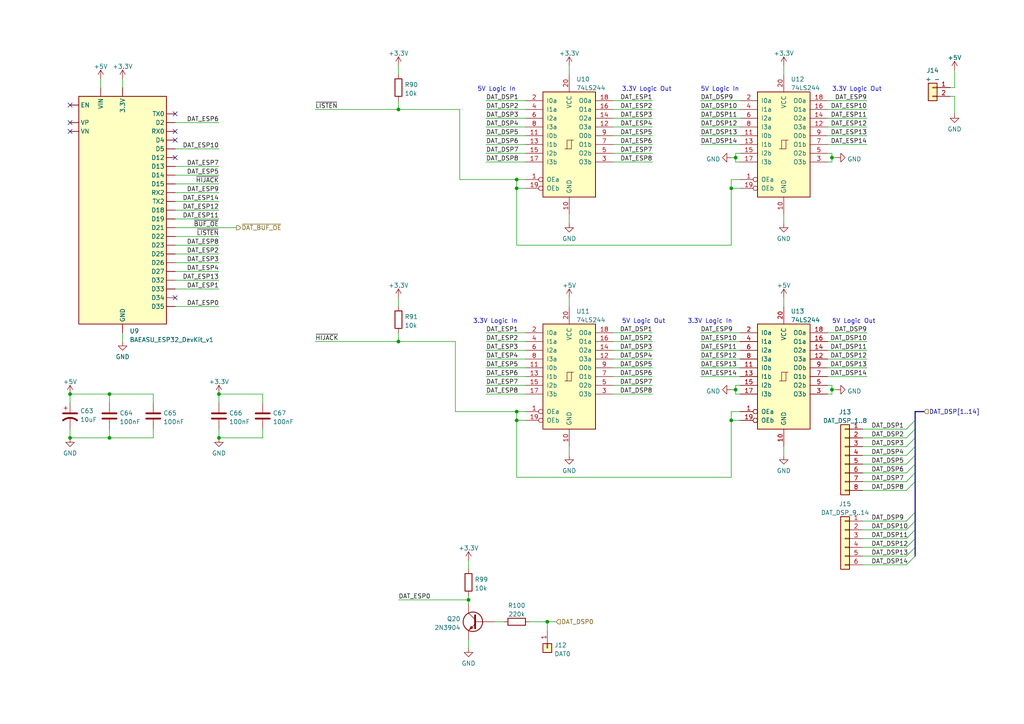
<source format=kicad_sch>
(kicad_sch (version 20211123) (generator eeschema)
  (paper "A4")
  (title_block (date "2023-07-19") (rev "5"))
  (lib_symbols
    (symbol "2N3904_1" (pin_numbers hide) (pin_names (offset 0) hide)
      (property "Reference" "Q" (at 5.08 1.905 0))
      (property "Value" "2N3904_1" (at 5.08 0 0))
      (symbol "2N3904_1_0_1"
        (polyline (pts (xy 0.635 0.635) (xy 2.54 2.54)))
        (polyline (pts (xy 0.635 -0.635) (xy 2.54 -2.54) (xy 2.54 -2.54)))
        (polyline (pts (xy 0.635 1.905) (xy 0.635 -1.905) (xy 0.635 -1.905)) (stroke (width 0.508)))
        (polyline (pts (xy 1.27 -1.778) (xy 1.778 -1.27) (xy 2.286 -2.286) (xy 1.27 -1.778) (xy 1.27 -1.778)) (fill (type outline)))
        (circle (center 1.27 0) (radius 2.8194) (stroke (width 0.254)))
      )
      (symbol "2N3904_1_1_1"
        (pin passive line (at 2.54 -5.08 90) (length 2.54) (name "E") (number "1"))
        (pin passive line (at -5.08 0 0) (length 5.715) (name "B") (number "2"))
        (pin passive line (at 2.54 5.08 270) (length 2.54) (name "C") (number "3"))
      )
    )
    (symbol "74xx:74LS244" (pin_names (offset 1.016))
      (property "Reference" "U" (at -7.62 16.51 0))
      (property "Value" "74LS244" (at -7.62 -16.51 0))
      (symbol "74LS244_1_0"
        (polyline (pts (xy -0.635 -1.27) (xy -0.635 1.27) (xy 0.635 1.27)))
        (polyline (pts (xy -1.27 -1.27) (xy 0.635 -1.27) (xy 0.635 1.27) (xy 1.27 1.27)))
        (pin input inverted (at -12.7 -10.16 0) (length 5.08) (name "OEa") (number "1"))
        (pin power_in line (at 0 -20.32 90) (length 5.08) (name "GND") (number "10"))
        (pin input line (at -12.7 2.54 0) (length 5.08) (name "I0b") (number "11"))
        (pin tri_state line (at 12.7 5.08 180) (length 5.08) (name "O3a") (number "12"))
        (pin input line (at -12.7 0 0) (length 5.08) (name "I1b") (number "13"))
        (pin tri_state line (at 12.7 7.62 180) (length 5.08) (name "O2a") (number "14"))
        (pin input line (at -12.7 -2.54 0) (length 5.08) (name "I2b") (number "15"))
        (pin tri_state line (at 12.7 10.16 180) (length 5.08) (name "O1a") (number "16"))
        (pin input line (at -12.7 -5.08 0) (length 5.08) (name "I3b") (number "17"))
        (pin tri_state line (at 12.7 12.7 180) (length 5.08) (name "O0a") (number "18"))
        (pin input inverted (at -12.7 -12.7 0) (length 5.08) (name "OEb") (number "19"))
        (pin input line (at -12.7 12.7 0) (length 5.08) (name "I0a") (number "2"))
        (pin power_in line (at 0 20.32 270) (length 5.08) (name "VCC") (number "20"))
        (pin tri_state line (at 12.7 -5.08 180) (length 5.08) (name "O3b") (number "3"))
        (pin input line (at -12.7 10.16 0) (length 5.08) (name "I1a") (number "4"))
        (pin tri_state line (at 12.7 -2.54 180) (length 5.08) (name "O2b") (number "5"))
        (pin input line (at -12.7 7.62 0) (length 5.08) (name "I2a") (number "6"))
        (pin tri_state line (at 12.7 0 180) (length 5.08) (name "O1b") (number "7"))
        (pin input line (at -12.7 5.08 0) (length 5.08) (name "I3a") (number "8"))
        (pin tri_state line (at 12.7 2.54 180) (length 5.08) (name "O0b") (number "9"))
      )
      (symbol "74LS244_1_1"
        (rectangle (start -7.62 15.24) (end 7.62 -15.24) (stroke (width 0.254)) (fill (type background)))
      )
    )
    (symbol "Connector_Generic:Conn_01x01" (pin_names (offset 1.016) hide)
      (property "Reference" "J" (at 0 2.54 0))
      (property "Value" "Conn_01x01" (at 0 -2.54 0))
      (symbol "Conn_01x01_1_1"
        (rectangle (start -1.27 0.127) (end 0 -0.127) (stroke (width 0.1524)))
        (rectangle (start -1.27 1.27) (end 1.27 -1.27) (stroke (width 0.254)) (fill (type background)))
        (pin passive line (at -5.08 0 0) (length 3.81) (name "Pin_1") (number "1"))
      )
    )
    (symbol "Connector_Generic:Conn_01x02" (pin_names (offset 1.016) hide)
      (property "Reference" "J" (at 0 2.54 0))
      (property "Value" "Conn_01x02" (at 0 -5.08 0))
      (symbol "Conn_01x02_1_1"
        (rectangle (start -1.27 -2.413) (end 0 -2.667) (stroke (width 0.1524)))
        (rectangle (start -1.27 0.127) (end 0 -0.127) (stroke (width 0.1524)))
        (rectangle (start -1.27 1.27) (end 1.27 -3.81) (stroke (width 0.254)) (fill (type background)))
        (pin passive line (at -5.08 0 0) (length 3.81) (name "Pin_1") (number "1"))
        (pin passive line (at -5.08 -2.54 0) (length 3.81) (name "Pin_2") (number "2"))
      )
    )
    (symbol "Connector_Generic:Conn_01x06" (pin_names (offset 1.016) hide)
      (property "Reference" "J" (at 0 7.62 0))
      (property "Value" "Conn_01x06" (at 0 -10.16 0))
      (symbol "Conn_01x06_1_1"
        (rectangle (start -1.27 -7.493) (end 0 -7.747) (stroke (width 0.1524)))
        (rectangle (start -1.27 -4.953) (end 0 -5.207) (stroke (width 0.1524)))
        (rectangle (start -1.27 -2.413) (end 0 -2.667) (stroke (width 0.1524)))
        (rectangle (start -1.27 0.127) (end 0 -0.127) (stroke (width 0.1524)))
        (rectangle (start -1.27 2.667) (end 0 2.413) (stroke (width 0.1524)))
        (rectangle (start -1.27 5.207) (end 0 4.953) (stroke (width 0.1524)))
        (rectangle (start -1.27 6.35) (end 1.27 -8.89) (stroke (width 0.254)) (fill (type background)))
        (pin passive line (at -5.08 5.08 0) (length 3.81) (name "Pin_1") (number "1"))
        (pin passive line (at -5.08 2.54 0) (length 3.81) (name "Pin_2") (number "2"))
        (pin passive line (at -5.08 0 0) (length 3.81) (name "Pin_3") (number "3"))
        (pin passive line (at -5.08 -2.54 0) (length 3.81) (name "Pin_4") (number "4"))
        (pin passive line (at -5.08 -5.08 0) (length 3.81) (name "Pin_5") (number "5"))
        (pin passive line (at -5.08 -7.62 0) (length 3.81) (name "Pin_6") (number "6"))
      )
    )
    (symbol "Connector_Generic:Conn_01x08" (pin_names (offset 1.016) hide)
      (property "Reference" "J" (at 0 10.16 0))
      (property "Value" "Conn_01x08" (at 0 -12.7 0))
      (symbol "Conn_01x08_1_1"
        (rectangle (start -1.27 -10.033) (end 0 -10.287) (stroke (width 0.1524)))
        (rectangle (start -1.27 -7.493) (end 0 -7.747) (stroke (width 0.1524)))
        (rectangle (start -1.27 -4.953) (end 0 -5.207) (stroke (width 0.1524)))
        (rectangle (start -1.27 -2.413) (end 0 -2.667) (stroke (width 0.1524)))
        (rectangle (start -1.27 0.127) (end 0 -0.127) (stroke (width 0.1524)))
        (rectangle (start -1.27 2.667) (end 0 2.413) (stroke (width 0.1524)))
        (rectangle (start -1.27 5.207) (end 0 4.953) (stroke (width 0.1524)))
        (rectangle (start -1.27 7.747) (end 0 7.493) (stroke (width 0.1524)))
        (rectangle (start -1.27 8.89) (end 1.27 -11.43) (stroke (width 0.254)) (fill (type background)))
        (pin passive line (at -5.08 7.62 0) (length 3.81) (name "Pin_1") (number "1"))
        (pin passive line (at -5.08 5.08 0) (length 3.81) (name "Pin_2") (number "2"))
        (pin passive line (at -5.08 2.54 0) (length 3.81) (name "Pin_3") (number "3"))
        (pin passive line (at -5.08 0 0) (length 3.81) (name "Pin_4") (number "4"))
        (pin passive line (at -5.08 -2.54 0) (length 3.81) (name "Pin_5") (number "5"))
        (pin passive line (at -5.08 -5.08 0) (length 3.81) (name "Pin_6") (number "6"))
        (pin passive line (at -5.08 -7.62 0) (length 3.81) (name "Pin_7") (number "7"))
        (pin passive line (at -5.08 -10.16 0) (length 3.81) (name "Pin_8") (number "8"))
      )
    )
    (symbol "Device:C" (pin_numbers hide) (pin_names (offset 0.254))
      (property "Reference" "C" (at 0.635 2.54 0))
      (property "Value" "C" (at 0.635 -2.54 0))
      (symbol "C_0_1"
        (polyline (pts (xy -2.032 -0.762) (xy 2.032 -0.762)) (stroke (width 0.508)))
        (polyline (pts (xy -2.032 0.762) (xy 2.032 0.762)) (stroke (width 0.508)))
      )
      (symbol "C_1_1"
        (pin passive line (at 0 3.81 270) (length 2.794) (name "~") (number "1"))
        (pin passive line (at 0 -3.81 90) (length 2.794) (name "~") (number "2"))
      )
    )
    (symbol "Device:C_Polarized_US" (pin_numbers hide) (pin_names (offset 0.254) hide)
      (property "Reference" "C" (at 0.635 2.54 0))
      (property "Value" "C_Polarized_US" (at 0.635 -2.54 0))
      (symbol "C_Polarized_US_0_1"
        (polyline (pts (xy -2.032 0.762) (xy 2.032 0.762)) (stroke (width 0.508)))
        (polyline (pts (xy -1.778 2.286) (xy -0.762 2.286)))
        (polyline (pts (xy -1.27 1.778) (xy -1.27 2.794)))
        (arc (start 2.032 -1.27) (mid 0 -0.5572) (end -2.032 -1.27) (stroke (width 0.508)))
      )
      (symbol "C_Polarized_US_1_1"
        (pin passive line (at 0 3.81 270) (length 2.794) (name "~") (number "1"))
        (pin passive line (at 0 -3.81 90) (length 3.302) (name "~") (number "2"))
      )
    )
    (symbol "Device:R" (pin_numbers hide) (pin_names (offset 0))
      (property "Reference" "R" (at 2.032 0 90))
      (property "Value" "R" (at 0 0 90))
      (symbol "R_0_1"
        (rectangle (start -1.016 -2.54) (end 1.016 2.54) (stroke (width 0.254)))
      )
      (symbol "R_1_1"
        (pin passive line (at 0 3.81 270) (length 1.27) (name "~") (number "1"))
        (pin passive line (at 0 -3.81 90) (length 1.27) (name "~") (number "2"))
      )
    )
    (symbol "Videonics Proceessor Plus:DOIT_ESP32_DevKit_v1" (pin_numbers hide)
      (property "Reference" "U9" (at 2.0194 -35.0504 0))
      (property "Value" "DOIT_ESP32_DevKit_v1" (at 2.0194 -37.5873 0))
      (symbol "DOIT_ESP32_DevKit_v1_0_1"
        (rectangle (start -12.7 33.02) (end 12.7 -33.02) (stroke (width 0.254)) (fill (type background)))
      )
      (symbol "DOIT_ESP32_DevKit_v1_1_1"
        (pin input line (at -15.24 30.48 0) (length 2.54) (name "EN") (number "1"))
        (pin bidirectional line (at 15.24 -17.78 180) (length 2.54) (name "D27") (number "10"))
        (pin bidirectional line (at 15.24 10.16 180) (length 2.54) (name "D14") (number "11"))
        (pin bidirectional line (at 15.24 15.24 180) (length 2.54) (name "D12") (number "12"))
        (pin bidirectional line (at 15.24 12.7 180) (length 2.54) (name "D13") (number "13"))
        (pin power_in line (at 0 -35.56 90) (length 2.54) (name "GND") (number "14"))
        (pin power_in line (at -6.35 35.56 270) (length 2.54) (name "VIN") (number "15"))
        (pin power_out line (at 0 35.56 270) (length 2.54) (name "3.3V") (number "16"))
        (pin passive line (at 0 -35.56 90) (length 2.54) hide (name "GND") (number "17"))
        (pin bidirectional line (at 15.24 7.62 180) (length 2.54) (name "D15") (number "18"))
        (pin bidirectional line (at 15.24 25.4 180) (length 2.54) (name "D2") (number "19"))
        (pin input line (at -15.24 25.4 0) (length 2.54) (name "VP") (number "2"))
        (pin bidirectional line (at 15.24 20.32 180) (length 2.54) (name "D4") (number "20"))
        (pin bidirectional line (at 15.24 5.08 180) (length 2.54) (name "RX2") (number "21"))
        (pin bidirectional line (at 15.24 2.54 180) (length 2.54) (name "TX2") (number "22"))
        (pin bidirectional line (at 15.24 17.78 180) (length 2.54) (name "D5") (number "23"))
        (pin bidirectional line (at 15.24 0 180) (length 2.54) (name "D18") (number "24"))
        (pin bidirectional line (at 15.24 -2.54 180) (length 2.54) (name "D19") (number "25"))
        (pin bidirectional line (at 15.24 -5.08 180) (length 2.54) (name "D21") (number "26"))
        (pin bidirectional line (at 15.24 22.86 180) (length 2.54) (name "RX0") (number "27"))
        (pin bidirectional line (at 15.24 27.94 180) (length 2.54) (name "TX0") (number "28"))
        (pin bidirectional line (at 15.24 -7.62 180) (length 2.54) (name "D22") (number "29"))
        (pin input line (at -15.24 22.86 0) (length 2.54) (name "VN") (number "3"))
        (pin bidirectional line (at 15.24 -10.16 180) (length 2.54) (name "D23") (number "30"))
        (pin input line (at 15.24 -25.4 180) (length 2.54) (name "D34") (number "4"))
        (pin input line (at 15.24 -27.94 180) (length 2.54) (name "D35") (number "5"))
        (pin bidirectional line (at 15.24 -20.32 180) (length 2.54) (name "D32") (number "6"))
        (pin bidirectional line (at 15.24 -22.86 180) (length 2.54) (name "D33") (number "7"))
        (pin bidirectional line (at 15.24 -12.7 180) (length 2.54) (name "D25") (number "8"))
        (pin bidirectional line (at 15.24 -15.24 180) (length 2.54) (name "D26") (number "9"))
      )
    )
    (symbol "power:+3.3V" (power) (pin_names (offset 0))
      (property "Value" "+3.3V" (at 0 3.556 0))
      (symbol "+3.3V_0_1"
        (polyline (pts (xy -0.762 1.27) (xy 0 2.54)))
        (polyline (pts (xy 0 0) (xy 0 2.54)))
        (polyline (pts (xy 0 2.54) (xy 0.762 1.27)))
      )
      (symbol "+3.3V_1_1"
        (pin power_in line (at 0 0 90) (length 0) hide (name "+3.3V") (number "1"))
      )
    )
    (symbol "power:+5V" (power) (pin_names (offset 0))
      (property "Value" "+5V" (at 0 3.556 0))
      (symbol "+5V_0_1"
        (polyline (pts (xy -0.762 1.27) (xy 0 2.54)))
        (polyline (pts (xy 0 0) (xy 0 2.54)))
        (polyline (pts (xy 0 2.54) (xy 0.762 1.27)))
      )
      (symbol "+5V_1_1"
        (pin power_in line (at 0 0 90) (length 0) hide (name "+5V") (number "1"))
      )
    )
    (symbol "power:GND" (power) (pin_names (offset 0))
      (property "Value" "GND" (at 0 -3.81 0))
      (symbol "GND_0_1"
        (polyline (pts (xy 0 0) (xy 0 -1.27) (xy 1.27 -1.27) (xy 0 -2.54) (xy -1.27 -1.27) (xy 0 -1.27)))
      )
      (symbol "GND_1_1"
        (pin power_in line (at 0 0 270) (length 0) hide (name "GND") (number "1"))
      )
    )
  )
  (junction (at 149.86 54.61))
  (junction (at 20.32 114.3))
  (junction (at 213.36 45.72))
  (junction (at 115.57 31.75))
  (junction (at 149.86 119.38))
  (junction (at 149.86 52.07))
  (junction (at 31.75 114.3))
  (junction (at 213.36 113.03))
  (junction (at 115.57 99.06))
  (junction (at 149.86 121.92))
  (junction (at 158.75 180.34))
  (junction (at 212.09 54.61))
  (junction (at 31.75 127))
  (junction (at 241.3 113.03))
  (junction (at 241.3 45.72))
  (junction (at 63.5 114.3))
  (junction (at 20.32 127))
  (junction (at 135.89 173.99))
  (junction (at 212.09 121.92))
  (junction (at 63.5 127))
  (no_connect (at 50.8 38.1))
  (no_connect (at 50.8 86.36))
  (no_connect (at 20.32 30.48))
  (no_connect (at 50.8 33.02))
  (no_connect (at 20.32 35.56))
  (no_connect (at 20.32 38.1))
  (no_connect (at 50.8 45.72))
  (no_connect (at 50.8 40.64))
  (bus_entry (at 265.43 137.16) (size -2.54 2.54))
  (bus_entry (at 265.43 127) (size -2.54 2.54))
  (bus_entry (at 265.43 148.59) (size -2.54 2.54))
  (bus_entry (at 265.43 121.92) (size -2.54 2.54))
  (bus_entry (at 265.43 129.54) (size -2.54 2.54))
  (bus_entry (at 265.43 139.7) (size -2.54 2.54))
  (bus_entry (at 265.43 132.08) (size -2.54 2.54))
  (bus_entry (at 265.43 156.21) (size -2.54 2.54))
  (bus_entry (at 265.43 151.13) (size -2.54 2.54))
  (bus_entry (at 265.43 161.29) (size -2.54 2.54))
  (bus_entry (at 265.43 124.46) (size -2.54 2.54))
  (bus_entry (at 265.43 134.62) (size -2.54 2.54))
  (bus_entry (at 265.43 158.75) (size -2.54 2.54))
  (bus_entry (at 265.43 153.67) (size -2.54 2.54))
  (wire (pts (xy 241.3 45.72) (xy 242.57 45.72)))
  (wire (pts (xy 20.32 116.84) (xy 20.32 114.3)))
  (wire (pts (xy 203.2 109.22) (xy 214.63 109.22)))
  (wire (pts (xy 250.19 124.46) (xy 262.89 124.46)))
  (wire (pts (xy 189.23 31.75) (xy 177.8 31.75)))
  (wire (pts (xy 203.2 99.06) (xy 214.63 99.06)))
  (wire (pts (xy 250.19 142.24) (xy 262.89 142.24)))
  (wire (pts (xy 276.86 27.94) (xy 276.86 33.02)))
  (wire (pts (xy 241.3 46.99) (xy 241.3 45.72)))
  (wire (pts (xy 20.32 114.3) (xy 31.75 114.3)))
  (wire (pts (xy 140.97 101.6) (xy 152.4 101.6)))
  (bus (pts (xy 265.43 134.62) (xy 265.43 137.16)))
  (wire (pts (xy 158.75 182.88) (xy 158.75 180.34)))
  (wire (pts (xy 250.19 132.08) (xy 262.89 132.08)))
  (bus (pts (xy 265.43 148.59) (xy 265.43 151.13)))
  (wire (pts (xy 140.97 106.68) (xy 152.4 106.68)))
  (wire (pts (xy 241.3 45.72) (xy 241.3 44.45)))
  (wire (pts (xy 189.23 46.99) (xy 177.8 46.99)))
  (wire (pts (xy 177.8 109.22) (xy 189.23 109.22)))
  (wire (pts (xy 212.09 113.03) (xy 213.36 113.03)))
  (wire (pts (xy 158.75 180.34) (xy 161.29 180.34)))
  (wire (pts (xy 115.57 31.75) (xy 133.35 31.75)))
  (wire (pts (xy 133.35 52.07) (xy 149.86 52.07)))
  (wire (pts (xy 189.23 39.37) (xy 177.8 39.37)))
  (wire (pts (xy 203.2 101.6) (xy 214.63 101.6)))
  (wire (pts (xy 44.45 114.3) (xy 44.45 116.84)))
  (wire (pts (xy 152.4 29.21) (xy 140.97 29.21)))
  (wire (pts (xy 203.2 104.14) (xy 214.63 104.14)))
  (wire (pts (xy 76.2 114.3) (xy 76.2 116.84)))
  (wire (pts (xy 20.32 127) (xy 31.75 127)))
  (wire (pts (xy 140.97 96.52) (xy 152.4 96.52)))
  (wire (pts (xy 31.75 124.46) (xy 31.75 127)))
  (wire (pts (xy 241.3 44.45) (xy 240.03 44.45)))
  (wire (pts (xy 29.21 22.86) (xy 29.21 25.4)))
  (bus (pts (xy 265.43 129.54) (xy 265.43 132.08)))
  (wire (pts (xy 135.89 172.72) (xy 135.89 173.99)))
  (wire (pts (xy 50.8 73.66) (xy 63.5 73.66)))
  (wire (pts (xy 177.8 104.14) (xy 189.23 104.14)))
  (wire (pts (xy 250.19 134.62) (xy 262.89 134.62)))
  (wire (pts (xy 250.19 137.16) (xy 262.89 137.16)))
  (wire (pts (xy 50.8 78.74) (xy 63.5 78.74)))
  (wire (pts (xy 214.63 39.37) (xy 203.2 39.37)))
  (wire (pts (xy 251.46 34.29) (xy 240.03 34.29)))
  (wire (pts (xy 50.8 48.26) (xy 63.5 48.26)))
  (wire (pts (xy 63.5 127) (xy 76.2 127)))
  (wire (pts (xy 63.5 124.46) (xy 63.5 127)))
  (wire (pts (xy 241.3 114.3) (xy 240.03 114.3)))
  (wire (pts (xy 214.63 34.29) (xy 203.2 34.29)))
  (wire (pts (xy 251.46 39.37) (xy 240.03 39.37)))
  (wire (pts (xy 250.19 161.29) (xy 262.89 161.29)))
  (wire (pts (xy 189.23 36.83) (xy 177.8 36.83)))
  (wire (pts (xy 212.09 121.92) (xy 214.63 121.92)))
  (wire (pts (xy 50.8 53.34) (xy 63.5 53.34)))
  (wire (pts (xy 213.36 113.03) (xy 213.36 114.3)))
  (wire (pts (xy 189.23 41.91) (xy 177.8 41.91)))
  (wire (pts (xy 31.75 114.3) (xy 31.75 116.84)))
  (bus (pts (xy 265.43 119.38) (xy 265.43 121.92)))
  (wire (pts (xy 214.63 119.38) (xy 212.09 119.38)))
  (wire (pts (xy 203.2 106.68) (xy 214.63 106.68)))
  (wire (pts (xy 213.36 45.72) (xy 213.36 46.99)))
  (wire (pts (xy 152.4 41.91) (xy 140.97 41.91)))
  (wire (pts (xy 251.46 41.91) (xy 240.03 41.91)))
  (wire (pts (xy 149.86 119.38) (xy 149.86 121.92)))
  (wire (pts (xy 152.4 52.07) (xy 149.86 52.07)))
  (bus (pts (xy 265.43 139.7) (xy 265.43 148.59)))
  (bus (pts (xy 265.43 132.08) (xy 265.43 134.62)))
  (bus (pts (xy 267.97 119.38) (xy 265.43 119.38)))
  (wire (pts (xy 214.63 36.83) (xy 203.2 36.83)))
  (wire (pts (xy 115.57 86.36) (xy 115.57 88.9)))
  (wire (pts (xy 250.19 129.54) (xy 262.89 129.54)))
  (wire (pts (xy 140.97 114.3) (xy 152.4 114.3)))
  (wire (pts (xy 212.09 52.07) (xy 212.09 54.61)))
  (wire (pts (xy 44.45 127) (xy 44.45 124.46)))
  (wire (pts (xy 177.8 101.6) (xy 189.23 101.6)))
  (wire (pts (xy 133.35 52.07) (xy 133.35 31.75)))
  (bus (pts (xy 265.43 127) (xy 265.43 129.54)))
  (wire (pts (xy 227.33 19.05) (xy 227.33 21.59)))
  (wire (pts (xy 152.4 34.29) (xy 140.97 34.29)))
  (wire (pts (xy 214.63 44.45) (xy 213.36 44.45)))
  (bus (pts (xy 265.43 137.16) (xy 265.43 139.7)))
  (wire (pts (xy 132.08 119.38) (xy 132.08 99.06)))
  (wire (pts (xy 212.09 71.12) (xy 212.09 54.61)))
  (wire (pts (xy 35.56 22.86) (xy 35.56 25.4)))
  (wire (pts (xy 140.97 111.76) (xy 152.4 111.76)))
  (wire (pts (xy 240.03 99.06) (xy 251.46 99.06)))
  (wire (pts (xy 177.8 99.06) (xy 189.23 99.06)))
  (wire (pts (xy 153.67 180.34) (xy 158.75 180.34)))
  (wire (pts (xy 165.1 129.54) (xy 165.1 132.08)))
  (wire (pts (xy 240.03 109.22) (xy 251.46 109.22)))
  (wire (pts (xy 227.33 62.23) (xy 227.33 64.77)))
  (wire (pts (xy 214.63 41.91) (xy 203.2 41.91)))
  (wire (pts (xy 165.1 62.23) (xy 165.1 64.77)))
  (wire (pts (xy 251.46 31.75) (xy 240.03 31.75)))
  (wire (pts (xy 91.44 99.06) (xy 115.57 99.06)))
  (wire (pts (xy 177.8 111.76) (xy 189.23 111.76)))
  (wire (pts (xy 149.86 52.07) (xy 149.86 54.61)))
  (wire (pts (xy 241.3 113.03) (xy 242.57 113.03)))
  (wire (pts (xy 50.8 68.58) (xy 63.5 68.58)))
  (wire (pts (xy 140.97 109.22) (xy 152.4 109.22)))
  (wire (pts (xy 149.86 54.61) (xy 149.86 71.12)))
  (wire (pts (xy 50.8 71.12) (xy 63.5 71.12)))
  (wire (pts (xy 165.1 19.05) (xy 165.1 21.59)))
  (wire (pts (xy 275.59 27.94) (xy 276.86 27.94)))
  (wire (pts (xy 276.86 20.32) (xy 276.86 25.4)))
  (wire (pts (xy 50.8 88.9) (xy 63.5 88.9)))
  (wire (pts (xy 227.33 86.36) (xy 227.33 88.9)))
  (wire (pts (xy 240.03 104.14) (xy 251.46 104.14)))
  (wire (pts (xy 152.4 44.45) (xy 140.97 44.45)))
  (wire (pts (xy 115.57 19.05) (xy 115.57 21.59)))
  (wire (pts (xy 250.19 127) (xy 262.89 127)))
  (wire (pts (xy 152.4 119.38) (xy 149.86 119.38)))
  (wire (pts (xy 177.8 106.68) (xy 189.23 106.68)))
  (wire (pts (xy 135.89 173.99) (xy 135.89 175.26)))
  (wire (pts (xy 50.8 81.28) (xy 63.5 81.28)))
  (wire (pts (xy 50.8 83.82) (xy 63.5 83.82)))
  (wire (pts (xy 240.03 96.52) (xy 251.46 96.52)))
  (bus (pts (xy 265.43 153.67) (xy 265.43 156.21)))
  (wire (pts (xy 149.86 121.92) (xy 152.4 121.92)))
  (wire (pts (xy 35.56 96.52) (xy 35.56 99.06)))
  (wire (pts (xy 203.2 96.52) (xy 214.63 96.52)))
  (wire (pts (xy 214.63 52.07) (xy 212.09 52.07)))
  (wire (pts (xy 31.75 114.3) (xy 44.45 114.3)))
  (wire (pts (xy 212.09 54.61) (xy 214.63 54.61)))
  (bus (pts (xy 265.43 151.13) (xy 265.43 153.67)))
  (wire (pts (xy 240.03 46.99) (xy 241.3 46.99)))
  (wire (pts (xy 152.4 31.75) (xy 140.97 31.75)))
  (bus (pts (xy 265.43 156.21) (xy 265.43 158.75)))
  (wire (pts (xy 241.3 113.03) (xy 241.3 114.3)))
  (bus (pts (xy 265.43 121.92) (xy 265.43 124.46)))
  (wire (pts (xy 76.2 127) (xy 76.2 124.46)))
  (wire (pts (xy 135.89 185.42) (xy 135.89 187.96)))
  (wire (pts (xy 189.23 44.45) (xy 177.8 44.45)))
  (wire (pts (xy 152.4 39.37) (xy 140.97 39.37)))
  (wire (pts (xy 212.09 121.92) (xy 212.09 138.43)))
  (wire (pts (xy 50.8 35.56) (xy 63.5 35.56)))
  (wire (pts (xy 250.19 156.21) (xy 262.89 156.21)))
  (wire (pts (xy 152.4 36.83) (xy 140.97 36.83)))
  (wire (pts (xy 213.36 111.76) (xy 213.36 113.03)))
  (wire (pts (xy 31.75 127) (xy 44.45 127)))
  (wire (pts (xy 214.63 31.75) (xy 203.2 31.75)))
  (wire (pts (xy 177.8 114.3) (xy 189.23 114.3)))
  (wire (pts (xy 212.09 119.38) (xy 212.09 121.92)))
  (wire (pts (xy 149.86 138.43) (xy 212.09 138.43)))
  (wire (pts (xy 240.03 111.76) (xy 241.3 111.76)))
  (wire (pts (xy 132.08 119.38) (xy 149.86 119.38)))
  (wire (pts (xy 50.8 55.88) (xy 63.5 55.88)))
  (wire (pts (xy 149.86 71.12) (xy 212.09 71.12)))
  (wire (pts (xy 189.23 29.21) (xy 177.8 29.21)))
  (wire (pts (xy 115.57 96.52) (xy 115.57 99.06)))
  (wire (pts (xy 140.97 99.06) (xy 152.4 99.06)))
  (wire (pts (xy 50.8 66.04) (xy 68.58 66.04)))
  (wire (pts (xy 50.8 50.8) (xy 63.5 50.8)))
  (wire (pts (xy 115.57 29.21) (xy 115.57 31.75)))
  (wire (pts (xy 149.86 54.61) (xy 152.4 54.61)))
  (wire (pts (xy 50.8 58.42) (xy 63.5 58.42)))
  (wire (pts (xy 214.63 111.76) (xy 213.36 111.76)))
  (wire (pts (xy 250.19 151.13) (xy 262.89 151.13)))
  (wire (pts (xy 240.03 101.6) (xy 251.46 101.6)))
  (wire (pts (xy 212.09 45.72) (xy 213.36 45.72)))
  (wire (pts (xy 213.36 46.99) (xy 214.63 46.99)))
  (wire (pts (xy 275.59 25.4) (xy 276.86 25.4)))
  (wire (pts (xy 240.03 106.68) (xy 251.46 106.68)))
  (wire (pts (xy 250.19 163.83) (xy 262.89 163.83)))
  (wire (pts (xy 91.44 31.75) (xy 115.57 31.75)))
  (bus (pts (xy 265.43 124.46) (xy 265.43 127)))
  (wire (pts (xy 20.32 124.46) (xy 20.32 127)))
  (wire (pts (xy 214.63 29.21) (xy 203.2 29.21)))
  (wire (pts (xy 227.33 129.54) (xy 227.33 132.08)))
  (bus (pts (xy 265.43 158.75) (xy 265.43 161.29)))
  (wire (pts (xy 50.8 60.96) (xy 63.5 60.96)))
  (wire (pts (xy 50.8 43.18) (xy 63.5 43.18)))
  (wire (pts (xy 50.8 63.5) (xy 63.5 63.5)))
  (wire (pts (xy 165.1 86.36) (xy 165.1 88.9)))
  (wire (pts (xy 251.46 29.21) (xy 240.03 29.21)))
  (wire (pts (xy 115.57 99.06) (xy 132.08 99.06)))
  (wire (pts (xy 250.19 139.7) (xy 262.89 139.7)))
  (wire (pts (xy 250.19 153.67) (xy 262.89 153.67)))
  (wire (pts (xy 149.86 121.92) (xy 149.86 138.43)))
  (wire (pts (xy 189.23 34.29) (xy 177.8 34.29)))
  (wire (pts (xy 63.5 114.3) (xy 76.2 114.3)))
  (wire (pts (xy 135.89 162.56) (xy 135.89 165.1)))
  (wire (pts (xy 241.3 111.76) (xy 241.3 113.03)))
  (wire (pts (xy 115.57 173.99) (xy 135.89 173.99)))
  (wire (pts (xy 143.51 180.34) (xy 146.05 180.34)))
  (wire (pts (xy 152.4 46.99) (xy 140.97 46.99)))
  (wire (pts (xy 251.46 36.83) (xy 240.03 36.83)))
  (wire (pts (xy 63.5 116.84) (xy 63.5 114.3)))
  (wire (pts (xy 213.36 114.3) (xy 214.63 114.3)))
  (wire (pts (xy 250.19 158.75) (xy 262.89 158.75)))
  (wire (pts (xy 177.8 96.52) (xy 189.23 96.52)))
  (wire (pts (xy 140.97 104.14) (xy 152.4 104.14)))
  (wire (pts (xy 213.36 44.45) (xy 213.36 45.72)))
  (wire (pts (xy 50.8 76.2) (xy 63.5 76.2)))
  (text "3.3V Logic In" (at 137.16 93.98 0) (effects (font (size 1.27 1.27)) (justify left bottom)))
  (text "3.3V Logic Out" (at 241.3 26.67 0) (effects (font (size 1.27 1.27)) (justify left bottom)))
  (text "3.3V Logic In" (at 199.39 93.98 0) (effects (font (size 1.27 1.27)) (justify left bottom)))
  (text "5V Logic In" (at 138.43 26.67 0) (effects (font (size 1.27 1.27)) (justify left bottom)))
  (text "3.3V Logic Out" (at 180.34 26.67 0) (effects (font (size 1.27 1.27)) (justify left bottom)))
  (text "5V Logic In" (at 203.2 26.67 0) (effects (font (size 1.27 1.27)) (justify left bottom)))
  (text "5V Logic Out" (at 241.3 93.98 0) (effects (font (size 1.27 1.27)) (justify left bottom)))
  (text "5V Logic Out" (at 180.34 93.98 0) (effects (font (size 1.27 1.27)) (justify left bottom)))
  (label "DAT_ESP9" (at 63.5 55.88 180))
  (label "DAT_ESP11" (at 251.46 34.29 180))
  (label "DAT_DSP7" (at 140.97 44.45 0))
  (label "DAT_ESP9" (at 203.2 96.52 0))
  (label "DAT_DSP11" (at 203.2 34.29 0))
  (label "DAT_DSP9" (at 251.46 96.52 180))
  (label "DAT_DSP4" (at 140.97 36.83 0))
  (label "DAT_ESP3" (at 140.97 101.6 0))
  (label "DAT_ESP12" (at 251.46 36.83 180))
  (label "DAT_DSP14" (at 251.46 109.22 180))
  (label "DAT_ESP4" (at 140.97 104.14 0))
  (label "DAT_ESP2" (at 189.23 31.75 180))
  (label "DAT_DSP7" (at 189.23 111.76 180))
  (label "DAT_ESP5" (at 189.23 39.37 180))
  (label "DAT_ESP8" (at 140.97 114.3 0))
  (label "DAT_ESP5" (at 140.97 106.68 0))
  (label "DAT_ESP11" (at 63.5 63.5 180))
  (label "DAT_DSP11" (at 252.73 156.21 0))
  (label "DAT_DSP9" (at 252.73 151.13 0))
  (label "DAT_ESP4" (at 63.5 78.74 180))
  (label "DAT_DSP6" (at 252.73 137.16 0))
  (label "DAT_DSP10" (at 251.46 99.06 180))
  (label "~{BUF_OE}" (at 63.5 66.04 180))
  (label "DAT_DSP3" (at 140.97 34.29 0))
  (label "DAT_DSP11" (at 251.46 101.6 180))
  (label "DAT_ESP2" (at 63.5 73.66 180))
  (label "DAT_DSP14" (at 252.73 163.83 0))
  (label "~{LISTEN}" (at 63.5 68.58 180))
  (label "DAT_DSP8" (at 252.73 142.24 0))
  (label "DAT_ESP6" (at 189.23 41.91 180))
  (label "DAT_ESP2" (at 140.97 99.06 0))
  (label "DAT_DSP12" (at 203.2 36.83 0))
  (label "DAT_DSP13" (at 203.2 39.37 0))
  (label "DAT_ESP14" (at 63.5 58.42 180))
  (label "DAT_DSP3" (at 252.73 129.54 0))
  (label "DAT_ESP7" (at 140.97 111.76 0))
  (label "DAT_DSP8" (at 189.23 114.3 180))
  (label "DAT_DSP5" (at 189.23 106.68 180))
  (label "DAT_ESP14" (at 251.46 41.91 180))
  (label "DAT_ESP4" (at 189.23 36.83 180))
  (label "DAT_DSP3" (at 189.23 101.6 180))
  (label "DAT_ESP7" (at 189.23 44.45 180))
  (label "DAT_DSP9" (at 203.2 29.21 0))
  (label "DAT_ESP7" (at 63.5 48.26 180))
  (label "DAT_ESP0" (at 115.57 173.99 0))
  (label "DAT_DSP12" (at 252.73 158.75 0))
  (label "DAT_DSP7" (at 252.73 139.7 0))
  (label "DAT_ESP9" (at 251.46 29.21 180))
  (label "DAT_DSP6" (at 140.97 41.91 0))
  (label "DAT_DSP5" (at 252.73 134.62 0))
  (label "DAT_DSP14" (at 203.2 41.91 0))
  (label "DAT_ESP14" (at 203.2 109.22 0))
  (label "DAT_DSP10" (at 252.73 153.67 0))
  (label "DAT_ESP13" (at 63.5 81.28 180))
  (label "DAT_ESP5" (at 63.5 50.8 180))
  (label "DAT_DSP12" (at 251.46 104.14 180))
  (label "DAT_ESP8" (at 189.23 46.99 180))
  (label "DAT_DSP4" (at 252.73 132.08 0))
  (label "~{HIJACK}" (at 63.5 53.34 180))
  (label "DAT_ESP12" (at 203.2 104.14 0))
  (label "DAT_DSP2" (at 189.23 99.06 180))
  (label "DAT_ESP10" (at 203.2 99.06 0))
  (label "DAT_DSP4" (at 189.23 104.14 180))
  (label "DAT_ESP13" (at 203.2 106.68 0))
  (label "DAT_DSP5" (at 140.97 39.37 0))
  (label "DAT_DSP13" (at 252.73 161.29 0))
  (label "DAT_ESP1" (at 189.23 29.21 180))
  (label "DAT_ESP6" (at 63.5 35.56 180))
  (label "DAT_ESP0" (at 63.5 88.9 180))
  (label "DAT_ESP12" (at 63.5 60.96 180))
  (label "DAT_DSP1" (at 140.97 29.21 0))
  (label "DAT_ESP6" (at 140.97 109.22 0))
  (label "~{HIJACK}" (at 91.44 99.06 0))
  (label "DAT_ESP11" (at 203.2 101.6 0))
  (label "DAT_DSP2" (at 140.97 31.75 0))
  (label "DAT_DSP10" (at 203.2 31.75 0))
  (label "DAT_ESP13" (at 251.46 39.37 180))
  (label "DAT_ESP3" (at 63.5 76.2 180))
  (label "DAT_DSP1" (at 189.23 96.52 180))
  (label "DAT_DSP13" (at 251.46 106.68 180))
  (label "DAT_ESP10" (at 251.46 31.75 180))
  (label "DAT_ESP1" (at 140.97 96.52 0))
  (label "DAT_ESP3" (at 189.23 34.29 180))
  (label "DAT_ESP1" (at 63.5 83.82 180))
  (label "~{LISTEN}" (at 91.44 31.75 0))
  (label "DAT_DSP6" (at 189.23 109.22 180))
  (label "DAT_DSP1" (at 252.73 124.46 0))
  (label "DAT_ESP10" (at 63.5 43.18 180))
  (label "DAT_DSP2" (at 252.73 127 0))
  (label "DAT_ESP8" (at 63.5 71.12 180))
  (label "DAT_DSP8" (at 140.97 46.99 0))
  (hierarchical_label "~{DAT_BUF_OE}" (shape output) (at 68.58 66.04 0))
  (hierarchical_label "DAT_DSP[1..14]" (shape input) (at 267.97 119.38 0))
  (hierarchical_label "DAT_DSP0" (shape input) (at 161.29 180.34 0))
  (symbol (lib_id "power:+3.3V") (at 165.1 19.05 0) (unit 1)
    (property "Reference" "#PWR015" (effects hide))
    (property "Value" "+3.3V" (at 165.1 15.4742 0))
  )
  (symbol (lib_id "74xx:74LS244") (at 165.1 41.91 0) (unit 1)
    (property "Reference" "U10" (at 167.1194 22.9702 0) (effects (justify left)))
    (property "Value" "74LS244" (at 167.1194 25.5071 0) (effects (justify left)))
    (property "Footprint" "Package_DIP:DIP-20_W7.62mm" (effects hide))
    (property "Datasheet" "http://www.ti.com/lit/ds/symlink/sn74ls244.pdf" (effects hide))
  )
  (symbol (lib_id "Connector_Generic:Conn_01x06") (at 245.11 156.21 0) (mirror y) (unit 1)
    (property "Reference" "J15" (at 245.11 146.1602 0))
    (property "Value" "DAT_DSP_9..14" (at 245.11 148.6971 0))
    (property "Footprint" "Connector_PinHeader_2.54mm:PinHeader_1x06_P2.54mm_Vertical" (effects hide))
  )
  (symbol (lib_id "power:GND") (at 212.09 113.03 270) (unit 1)
    (property "Reference" "#PWR010" (effects hide))
    (property "Value" "GND" (at 208.9151 113.4638 90) (effects (justify right)))
  )
  (symbol (lib_id "power:+5V") (at 20.32 114.3 0) (unit 1)
    (property "Reference" "#PWR03" (effects hide))
    (property "Value" "+5V" (at 20.32 110.7242 0))
  )
  (symbol (lib_id "74xx:74LS244") (at 227.33 41.91 0) (unit 1)
    (property "Reference" "U12" (at 229.3494 22.9702 0) (effects (justify left)))
    (property "Value" "74LS244" (at 229.3494 25.5071 0) (effects (justify left)))
    (property "Footprint" "Package_DIP:DIP-20_W7.62mm" (effects hide))
    (property "Datasheet" "http://www.ti.com/lit/ds/symlink/sn74ls244.pdf" (effects hide))
  )
  (symbol (lib_id "Device:C_Polarized_US") (at 20.32 120.65 0) (unit 1)
    (property "Reference" "C63" (at 23.241 119.1803 0) (effects (justify left)))
    (property "Value" "10uF" (at 23.241 121.7172 0) (effects (justify left)))
    (property "Footprint" "Capacitor_THT:C_Disc_D4.7mm_W2.5mm_P5.00mm" (effects hide))
  )
  (symbol (lib_id "Connector_Generic:Conn_01x08") (at 245.11 132.08 0) (mirror y) (unit 1)
    (property "Reference" "J13" (at 245.11 119.4902 0))
    (property "Value" "DAT_DSP_1..8" (at 245.11 122.0271 0))
    (property "Footprint" "Connector_PinHeader_2.54mm:PinHeader_1x08_P2.54mm_Vertical" (effects hide))
  )
  (symbol (lib_id "power:GND") (at 276.86 33.02 0) (unit 1)
    (property "Reference" "#PWR02" (effects hide))
    (property "Value" "GND" (at 276.86 37.4634 0))
  )
  (symbol (lib_id "power:+5V") (at 29.21 22.86 0) (unit 1)
    (property "Reference" "#PWR0250" (effects hide))
    (property "Value" "+5V" (at 29.21 19.2842 0))
  )
  (symbol (lib_id "Device:R") (at 115.57 92.71 0) (unit 1)
    (property "Reference" "R91" (at 117.348 91.8753 0) (effects (justify left)))
    (property "Value" "10k" (at 117.348 94.4122 0) (effects (justify left)))
    (property "Footprint" "Resistor_THT:R_Axial_DIN0207_L6.3mm_D2.5mm_P2.54mm_Vertical" (effects hide))
  )
  (symbol (lib_id "Device:C") (at 63.5 120.65 0) (unit 1)
    (property "Reference" "C66" (at 66.421 119.8153 0) (effects (justify left)))
    (property "Value" "100nF" (at 66.421 122.3522 0) (effects (justify left)))
    (property "Footprint" "Capacitor_THT:C_Disc_D4.7mm_W2.5mm_P5.00mm" (effects hide))
  )
  (symbol (lib_id "power:+3.3V") (at 227.33 19.05 0) (unit 1)
    (property "Reference" "#PWR019" (effects hide))
    (property "Value" "+3.3V" (at 227.33 15.4742 0))
  )
  (symbol (lib_id "74xx:74LS244") (at 165.1 109.22 0) (unit 1)
    (property "Reference" "U11" (at 167.1194 90.2802 0) (effects (justify left)))
    (property "Value" "74LS244" (at 167.1194 92.8171 0) (effects (justify left)))
    (property "Footprint" "Package_DIP:DIP-20_W7.62mm" (effects hide))
    (property "Datasheet" "http://www.ti.com/lit/ds/symlink/sn74ls244.pdf" (effects hide))
  )
  (symbol (lib_id "Device:R") (at 115.57 25.4 0) (unit 1)
    (property "Reference" "R90" (at 117.348 24.5653 0) (effects (justify left)))
    (property "Value" "10k" (at 117.348 27.1022 0) (effects (justify left)))
    (property "Footprint" "Resistor_THT:R_Axial_DIN0207_L6.3mm_D2.5mm_P2.54mm_Vertical" (effects hide))
  )
  (symbol (lib_id "Connector_Generic:Conn_01x01") (at 158.75 187.96 270) (unit 1)
    (property "Reference" "J12" (at 160.782 187.1253 90) (effects (justify left)))
    (property "Value" "DAT0" (at 160.782 189.6622 90) (effects (justify left)))
    (property "Footprint" "Connector_PinHeader_2.54mm:PinHeader_1x01_P2.54mm_Vertical" (effects hide))
  )
  (symbol (lib_id "Connector_Generic:Conn_01x02") (at 270.51 25.4 0) (mirror y) (unit 1)
    (property "Reference" "J14" (at 270.51 20.4302 0))
    (property "Value" "+ -" (at 270.51 22.9671 0))
    (property "Footprint" "Connector_PinHeader_2.54mm:PinHeader_1x02_P2.54mm_Vertical" (effects hide))
  )
  (symbol (lib_id "power:+5V") (at 165.1 86.36 0) (unit 1)
    (property "Reference" "#PWR017" (effects hide))
    (property "Value" "+5V" (at 165.1 82.7842 0))
  )
  (symbol (lib_id "power:GND") (at 242.57 45.72 90) (unit 1)
    (property "Reference" "#PWR011" (effects hide))
    (property "Value" "GND" (at 245.745 46.1538 90) (effects (justify right)))
  )
  (symbol (lib_id "power:GND") (at 212.09 45.72 270) (unit 1)
    (property "Reference" "#PWR09" (effects hide))
    (property "Value" "GND" (at 208.9151 46.1538 90) (effects (justify right)))
  )
  (symbol (lib_id "74xx:74LS244") (at 227.33 109.22 0) (unit 1)
    (property "Reference" "U13" (at 229.3494 90.2802 0) (effects (justify left)))
    (property "Value" "74LS244" (at 229.3494 92.8171 0) (effects (justify left)))
    (property "Footprint" "Package_DIP:DIP-20_W7.62mm" (effects hide))
    (property "Datasheet" "http://www.ti.com/lit/ds/symlink/sn74ls244.pdf" (effects hide))
  )
  (symbol (lib_id "power:GND") (at 227.33 132.08 0) (unit 1)
    (property "Reference" "#PWR022" (effects hide))
    (property "Value" "GND" (at 227.33 136.5234 0))
  )
  (symbol (lib_id "Videonics Proceessor Plus:DOIT_ESP32_DevKit_v1") (at 35.56 60.96 0) (unit 1)
    (property "Reference" "U9" (at 37.5794 96.0104 0) (effects (justify left)))
    (property "Value" "BAEASU_ESP32_DevKit_v1" (at 37.5794 98.5473 0) (effects (justify left)))
    (property "Footprint" "videonics processor plus - Copy:DIP-30_1000_ELL" (effects hide))
    (property "Datasheet" "https://www.espressif.com/sites/default/files/documentation/esp32-wroom-32d_esp32-wroom-32u_datasheet_en.pdf" (effects hide))
  )
  (symbol (lib_id "power:+3.3V") (at 115.57 86.36 0) (unit 1)
    (property "Reference" "#PWR08" (effects hide))
    (property "Value" "+3.3V" (at 115.57 82.7842 0))
  )
  (symbol (lib_id "Device:C") (at 44.45 120.65 0) (unit 1)
    (property "Reference" "C65" (at 47.371 119.8153 0) (effects (justify left)))
    (property "Value" "100nF" (at 47.371 122.3522 0) (effects (justify left)))
    (property "Footprint" "Capacitor_THT:C_Disc_D4.7mm_W2.5mm_P5.00mm" (effects hide))
  )
  (symbol (lib_id "power:GND") (at 165.1 132.08 0) (unit 1)
    (property "Reference" "#PWR018" (effects hide))
    (property "Value" "GND" (at 165.1 136.5234 0))
  )
  (symbol (lib_name "2N3904_1") (lib_id "Transistor_BJT:2N3904") (at 138.43 180.34 0) (mirror y) (unit 1)
    (property "Reference" "Q20" (at 133.5787 179.5053 0) (effects (justify left)))
    (property "Value" "2N3904" (at 133.5787 182.0422 0) (effects (justify left)))
    (property "Footprint" "Package_TO_SOT_THT:TO-92_Inline_Wide" (effects hide))
    (property "Datasheet" "https://www.onsemi.com/pub/Collateral/2N3903-D.PDF" (effects hide))
  )
  (symbol (lib_id "power:GND") (at 63.5 127 0) (unit 1)
    (property "Reference" "#PWR06" (effects hide))
    (property "Value" "GND" (at 63.5 131.4434 0))
  )
  (symbol (lib_id "power:GND") (at 20.32 127 0) (unit 1)
    (property "Reference" "#PWR04" (effects hide))
    (property "Value" "GND" (at 20.32 131.4434 0))
  )
  (symbol (lib_id "power:+3.3V") (at 63.5 114.3 0) (unit 1)
    (property "Reference" "#PWR05" (effects hide))
    (property "Value" "+3.3V" (at 63.5 110.7242 0))
  )
  (symbol (lib_id "power:GND") (at 165.1 64.77 0) (unit 1)
    (property "Reference" "#PWR016" (effects hide))
    (property "Value" "GND" (at 165.1 69.2134 0))
  )
  (symbol (lib_id "power:+5V") (at 227.33 86.36 0) (unit 1)
    (property "Reference" "#PWR021" (effects hide))
    (property "Value" "+5V" (at 227.33 82.7842 0))
  )
  (symbol (lib_id "power:GND") (at 35.56 99.06 0) (unit 1)
    (property "Reference" "#PWR0258" (effects hide))
    (property "Value" "GND" (at 35.56 103.5034 0))
  )
  (symbol (lib_id "power:+5V") (at 276.86 20.32 0) (unit 1)
    (property "Reference" "#PWR01" (effects hide))
    (property "Value" "+5V" (at 276.86 16.7442 0))
  )
  (symbol (lib_id "Device:C") (at 76.2 120.65 0) (unit 1)
    (property "Reference" "C67" (at 79.121 119.8153 0) (effects (justify left)))
    (property "Value" "100nF" (at 79.121 122.3522 0) (effects (justify left)))
    (property "Footprint" "Capacitor_THT:C_Disc_D4.7mm_W2.5mm_P5.00mm" (effects hide))
  )
  (symbol (lib_id "power:+3.3V") (at 115.57 19.05 0) (unit 1)
    (property "Reference" "#PWR07" (effects hide))
    (property "Value" "+3.3V" (at 115.57 15.4742 0))
  )
  (symbol (lib_id "Device:R") (at 135.89 168.91 0) (unit 1)
    (property "Reference" "R99" (at 137.668 168.0753 0) (effects (justify left)))
    (property "Value" "10k" (at 137.668 170.6122 0) (effects (justify left)))
    (property "Footprint" "Resistor_THT:R_Axial_DIN0207_L6.3mm_D2.5mm_P2.54mm_Vertical" (effects hide))
  )
  (symbol (lib_id "power:+3.3V") (at 135.89 162.56 0) (unit 1)
    (property "Reference" "#PWR013" (effects hide))
    (property "Value" "+3.3V" (at 135.89 158.9842 0))
  )
  (symbol (lib_id "Device:C") (at 31.75 120.65 0) (unit 1)
    (property "Reference" "C64" (at 34.671 119.8153 0) (effects (justify left)))
    (property "Value" "100nF" (at 34.671 122.3522 0) (effects (justify left)))
    (property "Footprint" "Capacitor_THT:C_Disc_D4.7mm_W2.5mm_P5.00mm" (effects hide))
  )
  (symbol (lib_id "power:GND") (at 242.57 113.03 90) (unit 1)
    (property "Reference" "#PWR012" (effects hide))
    (property "Value" "GND" (at 245.745 113.4638 90) (effects (justify right)))
  )
  (symbol (lib_id "Device:R") (at 149.86 180.34 90) (unit 1)
    (property "Reference" "R100" (at 149.86 175.6242 90))
    (property "Value" "220k" (at 149.86 178.1611 90))
    (property "Footprint" "Resistor_THT:R_Axial_DIN0207_L6.3mm_D2.5mm_P2.54mm_Vertical" (effects hide))
  )
  (symbol (lib_id "power:+3.3V") (at 35.56 22.86 0) (unit 1)
    (property "Reference" "#PWR0251" (effects hide))
    (property "Value" "+3.3V" (at 35.56 19.2842 0))
  )
  (symbol (lib_id "power:GND") (at 227.33 64.77 0) (unit 1)
    (property "Reference" "#PWR020" (effects hide))
    (property "Value" "GND" (at 227.33 69.2134 0))
  )
  (symbol (lib_id "power:GND") (at 135.89 187.96 0) (unit 1)
    (property "Reference" "#PWR014" (effects hide))
    (property "Value" "GND" (at 135.89 192.4034 0))
  )
)
</source>
